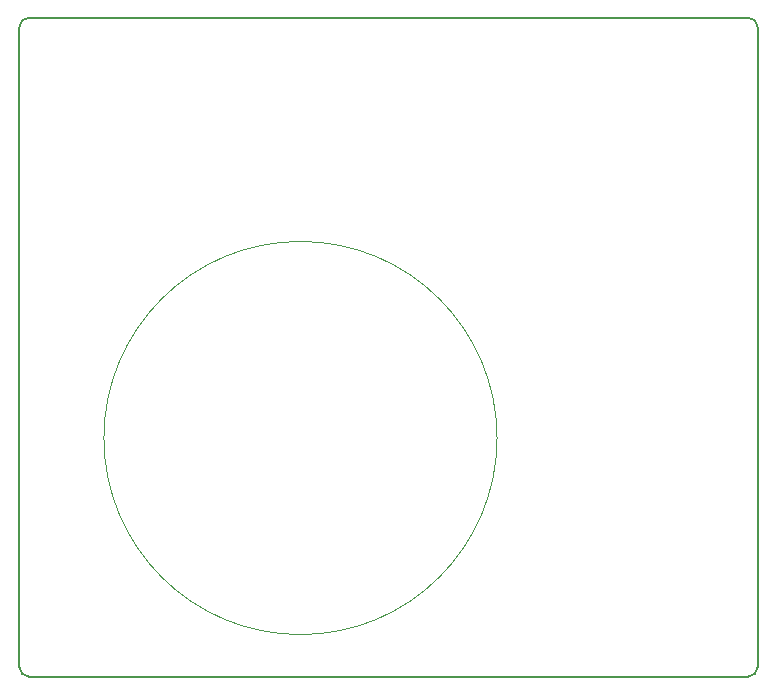
<source format=gbr>
%TF.GenerationSoftware,KiCad,Pcbnew,5.1.9-73d0e3b20d~88~ubuntu18.04.1*%
%TF.CreationDate,2021-07-10T12:21:25+03:00*%
%TF.ProjectId,Rpi-breakout,5270692d-6272-4656-916b-6f75742e6b69,rev?*%
%TF.SameCoordinates,Original*%
%TF.FileFunction,Profile,NP*%
%FSLAX46Y46*%
G04 Gerber Fmt 4.6, Leading zero omitted, Abs format (unit mm)*
G04 Created by KiCad (PCBNEW 5.1.9-73d0e3b20d~88~ubuntu18.04.1) date 2021-07-10 12:21:25*
%MOMM*%
%LPD*%
G01*
G04 APERTURE LIST*
%TA.AperFunction,Profile*%
%ADD10C,0.050000*%
%TD*%
%TA.AperFunction,Profile*%
%ADD11C,0.150000*%
%TD*%
G04 APERTURE END LIST*
D10*
X103643317Y-110000000D02*
G75*
G03*
X103643317Y-110000000I-16643317J0D01*
G01*
D11*
X64000000Y-130200000D02*
G75*
G02*
X63200000Y-129400000I0J800000D01*
G01*
X125700000Y-129400000D02*
G75*
G02*
X124900000Y-130200000I-800000J0D01*
G01*
X124900000Y-74400000D02*
G75*
G02*
X125700000Y-75200000I0J-800000D01*
G01*
X63200000Y-75200000D02*
G75*
G02*
X64000000Y-74400000I800000J0D01*
G01*
X63200000Y-129400000D02*
X63200000Y-75200000D01*
X124900000Y-130200000D02*
X64000000Y-130200000D01*
X125700000Y-75200000D02*
X125700000Y-129400000D01*
X64000000Y-74400000D02*
X124900000Y-74400000D01*
M02*

</source>
